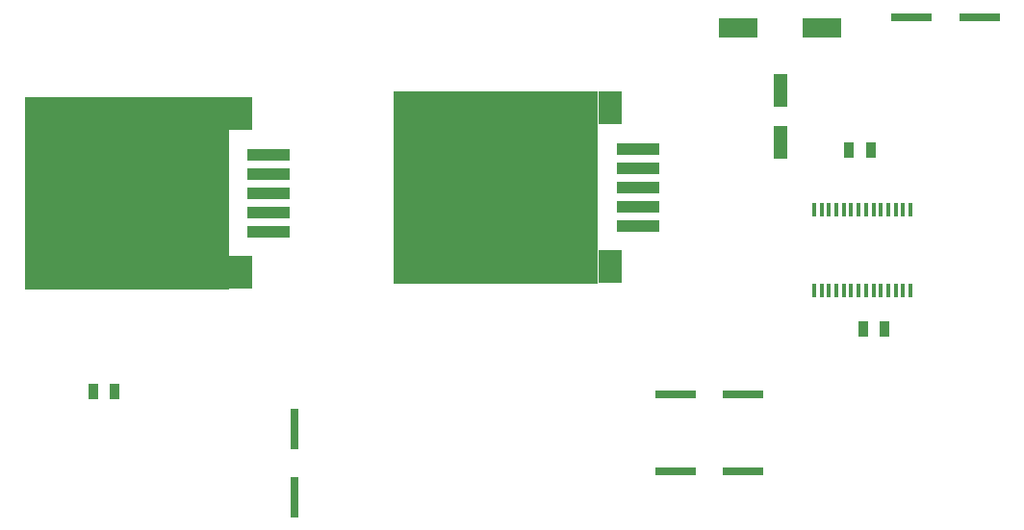
<source format=gtp>
G04 (created by PCBNEW-RS274X (2011-nov-30)-testing) date Mon 04 Jun 2012 02:34:58 PM EDT*
%MOIN*%
G04 Gerber Fmt 3.4, Leading zero omitted, Abs format*
%FSLAX34Y34*%
G01*
G70*
G90*
G04 APERTURE LIST*
%ADD10C,0.006*%
%ADD11R,0.1417X0.0314*%
%ADD12R,0.016X0.05*%
%ADD13R,0.035X0.055*%
%ADD14R,0.0314X0.1417*%
%ADD15R,0.05X0.115*%
%ADD16R,0.135X0.065*%
%ADD17R,0.1495X0.0394*%
%ADD18R,0.1496X0.0394*%
%ADD19R,0.7086X0.6692*%
%ADD20R,0.0787X0.118*%
G04 APERTURE END LIST*
G54D10*
G54D11*
X27657Y4331D03*
X25295Y4331D03*
G54D12*
X33441Y13408D03*
X33191Y13408D03*
X32931Y13408D03*
X32671Y13408D03*
X32421Y13408D03*
X32161Y13408D03*
X31901Y13408D03*
X31651Y13408D03*
X31391Y13408D03*
X31141Y13408D03*
X30881Y13408D03*
X30621Y13408D03*
X30371Y13408D03*
X30111Y13408D03*
X30111Y10608D03*
X30371Y10608D03*
X30611Y10608D03*
X30881Y10608D03*
X31141Y10608D03*
X31391Y10608D03*
X31651Y10608D03*
X31901Y10608D03*
X32161Y10608D03*
X32421Y10608D03*
X32671Y10608D03*
X32931Y10608D03*
X33191Y10608D03*
X33441Y10608D03*
G54D13*
X31318Y15453D03*
X32068Y15453D03*
X5887Y7087D03*
X5137Y7087D03*
X31810Y9252D03*
X32560Y9252D03*
G54D14*
X12106Y5807D03*
X12106Y3445D03*
G54D11*
X27657Y6988D03*
X25295Y6988D03*
X33465Y20079D03*
X35827Y20079D03*
G54D15*
X28937Y17535D03*
X28937Y15735D03*
G54D16*
X27487Y19685D03*
X30387Y19685D03*
G54D17*
X24015Y12834D03*
X24015Y13504D03*
G54D18*
X24015Y14173D03*
G54D17*
X24015Y14842D03*
X24015Y15512D03*
G54D19*
X19093Y14173D03*
G54D20*
X23030Y11417D03*
X23031Y16929D03*
G54D17*
X11220Y12637D03*
X11220Y13307D03*
G54D18*
X11220Y13976D03*
G54D17*
X11220Y14645D03*
X11220Y15315D03*
G54D19*
X6298Y13976D03*
G54D20*
X10235Y11221D03*
X10236Y16732D03*
M02*

</source>
